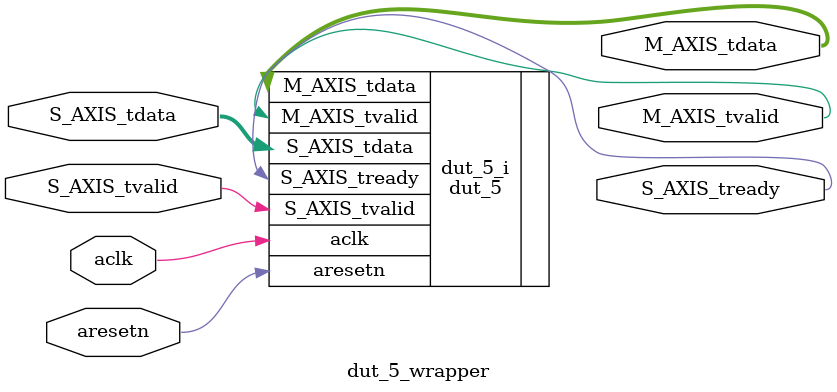
<source format=v>
`timescale 1 ps / 1 ps

module dut_5_wrapper
   (M_AXIS_tdata,
    M_AXIS_tvalid,
    S_AXIS_tdata,
    S_AXIS_tready,
    S_AXIS_tvalid,
    aclk,
    aresetn);
  output [31:0]M_AXIS_tdata;
  output M_AXIS_tvalid;
  input [31:0]S_AXIS_tdata;
  output S_AXIS_tready;
  input S_AXIS_tvalid;
  input aclk;
  input aresetn;

  wire [31:0]M_AXIS_tdata;
  wire M_AXIS_tvalid;
  wire [31:0]S_AXIS_tdata;
  wire S_AXIS_tready;
  wire S_AXIS_tvalid;
  wire aclk;
  wire aresetn;

  dut_5 dut_5_i
       (.M_AXIS_tdata(M_AXIS_tdata),
        .M_AXIS_tvalid(M_AXIS_tvalid),
        .S_AXIS_tdata(S_AXIS_tdata),
        .S_AXIS_tready(S_AXIS_tready),
        .S_AXIS_tvalid(S_AXIS_tvalid),
        .aclk(aclk),
        .aresetn(aresetn));
endmodule

</source>
